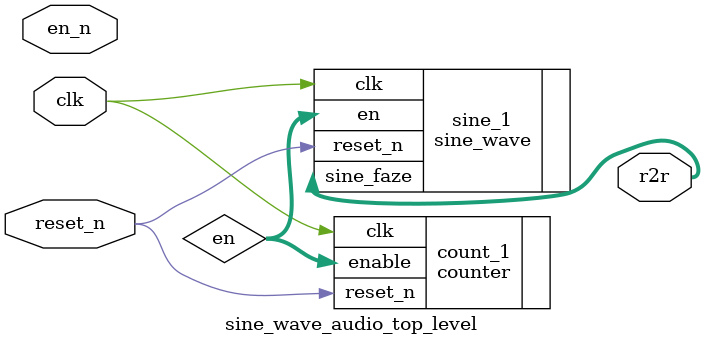
<source format=sv>
module sine_wave_audio_top_level
 (input  logic        clk,
						reset_n,
							en_n,
  //input  logic [9:0] note,
  output logic [6:0] r2r);
  
  logic [8:0] count;
  logic [3:0] en;
  
  
  //logic [9:0] note;
  
  
   sine_wave sine_1(.reset_n(reset_n), .clk(clk), .en(en), .sine_faze(r2r));
  
	counter count_1(.clk(clk), .reset_n(reset_n), .enable(en));
	

	
	//sine_wave_song song song_1(.clk(clk), .reset_n(reset_n), .milisec(milisec), .note(note));
 endmodule 
</source>
